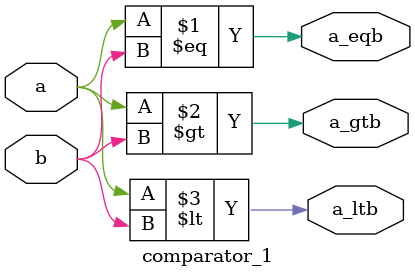
<source format=v>
module comparator_1(input a,b,output a_eqb,a_gtb,a_ltb);
     assign a_eqb= (a==b);
     assign a_gtb= (a>b);
     assign a_ltb= (a<b);
endmodule


</source>
